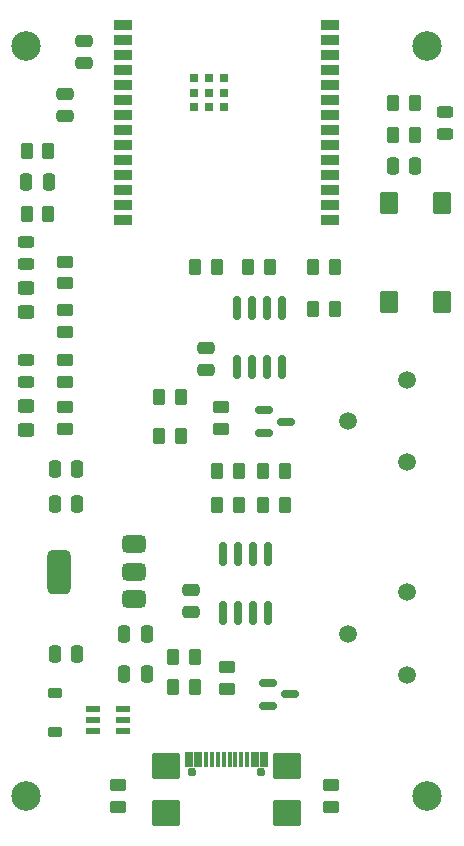
<source format=gts>
%TF.GenerationSoftware,KiCad,Pcbnew,9.0.4*%
%TF.CreationDate,2025-10-04T23:27:53+02:00*%
%TF.ProjectId,zVMC_PCB,7a564d43-5f50-4434-922e-6b696361645f,rev?*%
%TF.SameCoordinates,Original*%
%TF.FileFunction,Soldermask,Top*%
%TF.FilePolarity,Negative*%
%FSLAX46Y46*%
G04 Gerber Fmt 4.6, Leading zero omitted, Abs format (unit mm)*
G04 Created by KiCad (PCBNEW 9.0.4) date 2025-10-04 23:27:53*
%MOMM*%
%LPD*%
G01*
G04 APERTURE LIST*
G04 Aperture macros list*
%AMRoundRect*
0 Rectangle with rounded corners*
0 $1 Rounding radius*
0 $2 $3 $4 $5 $6 $7 $8 $9 X,Y pos of 4 corners*
0 Add a 4 corners polygon primitive as box body*
4,1,4,$2,$3,$4,$5,$6,$7,$8,$9,$2,$3,0*
0 Add four circle primitives for the rounded corners*
1,1,$1+$1,$2,$3*
1,1,$1+$1,$4,$5*
1,1,$1+$1,$6,$7*
1,1,$1+$1,$8,$9*
0 Add four rect primitives between the rounded corners*
20,1,$1+$1,$2,$3,$4,$5,0*
20,1,$1+$1,$4,$5,$6,$7,0*
20,1,$1+$1,$6,$7,$8,$9,0*
20,1,$1+$1,$8,$9,$2,$3,0*%
G04 Aperture macros list end*
%ADD10RoundRect,0.250000X-0.250000X-0.475000X0.250000X-0.475000X0.250000X0.475000X-0.250000X0.475000X0*%
%ADD11RoundRect,0.250000X-0.262500X-0.450000X0.262500X-0.450000X0.262500X0.450000X-0.262500X0.450000X0*%
%ADD12RoundRect,0.250000X0.262500X0.450000X-0.262500X0.450000X-0.262500X-0.450000X0.262500X-0.450000X0*%
%ADD13RoundRect,0.243750X0.456250X-0.243750X0.456250X0.243750X-0.456250X0.243750X-0.456250X-0.243750X0*%
%ADD14RoundRect,0.102000X0.700000X-0.800000X0.700000X0.800000X-0.700000X0.800000X-0.700000X-0.800000X0*%
%ADD15C,2.500000*%
%ADD16RoundRect,0.150000X-0.150000X0.825000X-0.150000X-0.825000X0.150000X-0.825000X0.150000X0.825000X0*%
%ADD17RoundRect,0.250000X0.250000X0.475000X-0.250000X0.475000X-0.250000X-0.475000X0.250000X-0.475000X0*%
%ADD18RoundRect,0.250000X-0.475000X0.250000X-0.475000X-0.250000X0.475000X-0.250000X0.475000X0.250000X0*%
%ADD19RoundRect,0.150000X-0.587500X-0.150000X0.587500X-0.150000X0.587500X0.150000X-0.587500X0.150000X0*%
%ADD20RoundRect,0.250000X0.450000X-0.325000X0.450000X0.325000X-0.450000X0.325000X-0.450000X-0.325000X0*%
%ADD21RoundRect,0.250000X0.450000X-0.262500X0.450000X0.262500X-0.450000X0.262500X-0.450000X-0.262500X0*%
%ADD22R,1.250000X0.500000*%
%ADD23RoundRect,0.250000X-0.450000X0.262500X-0.450000X-0.262500X0.450000X-0.262500X0.450000X0.262500X0*%
%ADD24RoundRect,0.225000X-0.375000X0.225000X-0.375000X-0.225000X0.375000X-0.225000X0.375000X0.225000X0*%
%ADD25C,1.500000*%
%ADD26RoundRect,0.375000X0.625000X0.375000X-0.625000X0.375000X-0.625000X-0.375000X0.625000X-0.375000X0*%
%ADD27RoundRect,0.500000X0.500000X1.400000X-0.500000X1.400000X-0.500000X-1.400000X0.500000X-1.400000X0*%
%ADD28C,0.770000*%
%ADD29RoundRect,0.060000X-0.300000X-0.575000X0.300000X-0.575000X0.300000X0.575000X-0.300000X0.575000X0*%
%ADD30RoundRect,0.060000X-0.150000X-0.575000X0.150000X-0.575000X0.150000X0.575000X-0.150000X0.575000X0*%
%ADD31RoundRect,0.102000X-1.090000X-1.000000X1.090000X-1.000000X1.090000X1.000000X-1.090000X1.000000X0*%
%ADD32R,1.500000X0.900000*%
%ADD33R,0.800000X0.800000*%
G04 APERTURE END LIST*
D10*
%TO.C,C14*%
X71350000Y-163300000D03*
X73250000Y-163300000D03*
%TD*%
%TO.C,C15*%
X94050000Y-123700000D03*
X95950000Y-123700000D03*
%TD*%
D11*
%TO.C,R7*%
X87337500Y-132250000D03*
X89162500Y-132250000D03*
%TD*%
D12*
%TO.C,R20*%
X81012500Y-152400000D03*
X79187500Y-152400000D03*
%TD*%
D11*
%TO.C,R1*%
X74287500Y-143200000D03*
X76112500Y-143200000D03*
%TD*%
D13*
%TO.C,D7*%
X98500000Y-120937500D03*
X98500000Y-119062500D03*
%TD*%
D14*
%TO.C,S1*%
X93750000Y-135200000D03*
X98250000Y-135200000D03*
X93750000Y-126800000D03*
X98250000Y-126800000D03*
%TD*%
D15*
%TO.C,REF\u002A\u002A*%
X63000000Y-113500000D03*
%TD*%
D12*
%TO.C,R14*%
X95912500Y-121000000D03*
X94087500Y-121000000D03*
%TD*%
D16*
%TO.C,U1*%
X84705000Y-135725000D03*
X83435000Y-135725000D03*
X82165000Y-135725000D03*
X80895000Y-135725000D03*
X80895000Y-140675000D03*
X82165000Y-140675000D03*
X83435000Y-140675000D03*
X84705000Y-140675000D03*
%TD*%
D17*
%TO.C,C7*%
X67350000Y-165000000D03*
X65450000Y-165000000D03*
%TD*%
D18*
%TO.C,C2*%
X77000000Y-159550000D03*
X77000000Y-161450000D03*
%TD*%
D15*
%TO.C,REF\u002A\u002A*%
X63000000Y-177000000D03*
%TD*%
D19*
%TO.C,D1*%
X83162500Y-144350000D03*
X83162500Y-146250000D03*
X85037500Y-145300000D03*
%TD*%
D20*
%TO.C,D4*%
X63000000Y-136025000D03*
X63000000Y-133975000D03*
%TD*%
D11*
%TO.C,R19*%
X94087500Y-118300000D03*
X95912500Y-118300000D03*
%TD*%
D18*
%TO.C,C8*%
X66300000Y-117550000D03*
X66300000Y-119450000D03*
%TD*%
D11*
%TO.C,R22*%
X75487500Y-165200000D03*
X77312500Y-165200000D03*
%TD*%
D17*
%TO.C,C11*%
X67350000Y-149300000D03*
X65450000Y-149300000D03*
%TD*%
D21*
%TO.C,R12*%
X66300000Y-141925000D03*
X66300000Y-140100000D03*
%TD*%
D10*
%TO.C,C13*%
X71350000Y-166700000D03*
X73250000Y-166700000D03*
%TD*%
D13*
%TO.C,D2*%
X63000000Y-141937500D03*
X63000000Y-140062500D03*
%TD*%
D22*
%TO.C,D5*%
X71200000Y-171500000D03*
X71200000Y-170550000D03*
X71200000Y-169600000D03*
X68700000Y-169600000D03*
X68700000Y-170550000D03*
X68700000Y-171500000D03*
%TD*%
D12*
%TO.C,R8*%
X79162500Y-132250000D03*
X77337500Y-132250000D03*
%TD*%
D23*
%TO.C,R24*%
X80000000Y-166087500D03*
X80000000Y-167912500D03*
%TD*%
D12*
%TO.C,R18*%
X64912500Y-127700000D03*
X63087500Y-127700000D03*
%TD*%
D19*
%TO.C,D9*%
X83462500Y-167450000D03*
X83462500Y-169350000D03*
X85337500Y-168400000D03*
%TD*%
D24*
%TO.C,D3*%
X65500000Y-168250000D03*
X65500000Y-171550000D03*
%TD*%
D11*
%TO.C,R9*%
X87337500Y-135750000D03*
X89162500Y-135750000D03*
%TD*%
D17*
%TO.C,C12*%
X67350000Y-152300000D03*
X65450000Y-152300000D03*
%TD*%
D11*
%TO.C,R10*%
X83087500Y-152400000D03*
X84912500Y-152400000D03*
%TD*%
D13*
%TO.C,D6*%
X63000000Y-131937500D03*
X63000000Y-130062500D03*
%TD*%
D15*
%TO.C,REF\u002A\u002A*%
X97000000Y-177000000D03*
%TD*%
D18*
%TO.C,C1*%
X78250000Y-139050000D03*
X78250000Y-140950000D03*
%TD*%
D11*
%TO.C,R21*%
X79187500Y-149500000D03*
X81012500Y-149500000D03*
%TD*%
D15*
%TO.C,REF\u002A\u002A*%
X97000000Y-113500000D03*
%TD*%
D17*
%TO.C,C10*%
X64950000Y-125000000D03*
X63050000Y-125000000D03*
%TD*%
D25*
%TO.C,J3*%
X95300000Y-148750000D03*
X90300000Y-145250000D03*
X95300000Y-141750000D03*
%TD*%
D20*
%TO.C,D8*%
X63000000Y-146025000D03*
X63000000Y-143975000D03*
%TD*%
D16*
%TO.C,U2*%
X83505000Y-156525000D03*
X82235000Y-156525000D03*
X80965000Y-156525000D03*
X79695000Y-156525000D03*
X79695000Y-161475000D03*
X80965000Y-161475000D03*
X82235000Y-161475000D03*
X83505000Y-161475000D03*
%TD*%
D26*
%TO.C,U5*%
X72150000Y-160300000D03*
X72150000Y-158000000D03*
D27*
X65850000Y-158000000D03*
D26*
X72150000Y-155700000D03*
%TD*%
D21*
%TO.C,R13*%
X66300000Y-145912500D03*
X66300000Y-144087500D03*
%TD*%
D12*
%TO.C,R6*%
X83662500Y-132250000D03*
X81837500Y-132250000D03*
%TD*%
%TO.C,R2*%
X76112500Y-146500000D03*
X74287500Y-146500000D03*
%TD*%
D11*
%TO.C,R11*%
X83087500Y-149500000D03*
X84912500Y-149500000D03*
%TD*%
D12*
%TO.C,R23*%
X77312500Y-167800000D03*
X75487500Y-167800000D03*
%TD*%
D28*
%TO.C,J5*%
X77110000Y-175000000D03*
X82890000Y-175000000D03*
D29*
X76800000Y-173925000D03*
X77600000Y-173925000D03*
D30*
X78750000Y-173925000D03*
X79750000Y-173925000D03*
X80250000Y-173925000D03*
X81250000Y-173925000D03*
D29*
X83200000Y-173925000D03*
X82400000Y-173925000D03*
D30*
X81750000Y-173925000D03*
X80750000Y-173925000D03*
X79250000Y-173925000D03*
X78250000Y-173925000D03*
D31*
X74890000Y-174500000D03*
X85110000Y-174500000D03*
X74890000Y-178430000D03*
X85110000Y-178430000D03*
%TD*%
D21*
%TO.C,R16*%
X70800000Y-177912500D03*
X70800000Y-176087500D03*
%TD*%
%TO.C,R5*%
X66300000Y-133612500D03*
X66300000Y-131787500D03*
%TD*%
D32*
%TO.C,U4*%
X71250000Y-111740000D03*
X71250000Y-113010000D03*
X71250000Y-114280000D03*
X71250000Y-115550000D03*
X71250000Y-116820000D03*
X71250000Y-118090000D03*
X71250000Y-119360000D03*
X71250000Y-120630000D03*
X71250000Y-121900000D03*
X71250000Y-123170000D03*
X71250000Y-124440000D03*
X71250000Y-125710000D03*
X71250000Y-126980000D03*
X71250000Y-128250000D03*
X88750000Y-128250000D03*
X88750000Y-126980000D03*
X88750000Y-125710000D03*
X88750000Y-124440000D03*
X88750000Y-123170000D03*
X88750000Y-121900000D03*
X88750000Y-120630000D03*
X88750000Y-119360000D03*
X88750000Y-118090000D03*
X88750000Y-116820000D03*
X88750000Y-115550000D03*
X88750000Y-114280000D03*
X88750000Y-113010000D03*
X88750000Y-111740000D03*
D33*
X77245000Y-116210000D03*
X77245000Y-117460000D03*
X77245000Y-118710000D03*
X78495000Y-116210000D03*
X78495000Y-117460000D03*
X78495000Y-118710000D03*
X79745000Y-116210000D03*
X79745000Y-117460000D03*
X79745000Y-118710000D03*
%TD*%
D21*
%TO.C,R15*%
X88800000Y-177912500D03*
X88800000Y-176087500D03*
%TD*%
D18*
%TO.C,C9*%
X67900000Y-113050000D03*
X67900000Y-114950000D03*
%TD*%
D23*
%TO.C,R4*%
X66300000Y-135887500D03*
X66300000Y-137712500D03*
%TD*%
D12*
%TO.C,R17*%
X64912500Y-122400000D03*
X63087500Y-122400000D03*
%TD*%
D25*
%TO.C,J1*%
X95300000Y-166750000D03*
X90300000Y-163250000D03*
X95300000Y-159750000D03*
%TD*%
D23*
%TO.C,R3*%
X79500000Y-144087500D03*
X79500000Y-145912500D03*
%TD*%
M02*

</source>
